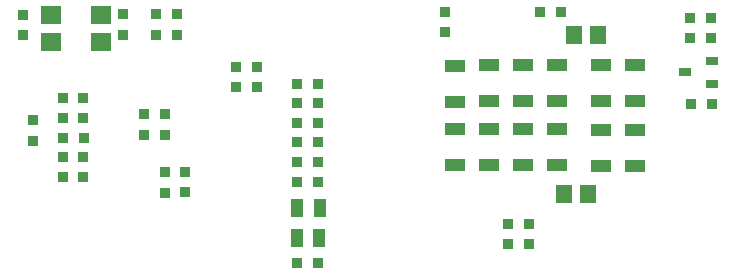
<source format=gbp>
G04*
G04 #@! TF.GenerationSoftware,Altium Limited,Altium Designer,20.2.5 (213)*
G04*
G04 Layer_Color=128*
%FSLAX42Y42*%
%MOMM*%
G71*
G04*
G04 #@! TF.SameCoordinates,6F224850-DB23-45E0-B5EC-48CDDA7698CB*
G04*
G04*
G04 #@! TF.FilePolarity,Positive*
G04*
G01*
G75*
%ADD23R,1.05X0.75*%
%ADD24R,0.90X0.90*%
%ADD30R,0.90X0.90*%
%ADD111R,1.40X1.50*%
%ADD112R,1.70X1.50*%
%ADD113R,1.75X1.12*%
%ADD114R,1.12X1.50*%
D23*
X6053Y1770D02*
D03*
X6283Y1675D02*
D03*
Y1865D02*
D03*
D24*
X6105Y1500D02*
D03*
X6280D02*
D03*
X6100Y2233D02*
D03*
X6275D02*
D03*
X6275Y2065D02*
D03*
X6100D02*
D03*
X1650Y1243D02*
D03*
X1475D02*
D03*
X1650Y1415D02*
D03*
X1475D02*
D03*
X785Y885D02*
D03*
X960D02*
D03*
X788Y1218D02*
D03*
X962D02*
D03*
X785Y1383D02*
D03*
X960D02*
D03*
X960Y1550D02*
D03*
X785D02*
D03*
X2427Y1647D02*
D03*
X2252D02*
D03*
X2773Y1180D02*
D03*
X2948D02*
D03*
X2770Y845D02*
D03*
X2945D02*
D03*
X2947Y1013D02*
D03*
X2772D02*
D03*
X4730Y313D02*
D03*
X4555D02*
D03*
X960Y1053D02*
D03*
X785D02*
D03*
X2770Y1510D02*
D03*
X2945D02*
D03*
X5002Y2283D02*
D03*
X4827D02*
D03*
X4555Y485D02*
D03*
X4730D02*
D03*
X2427Y1812D02*
D03*
X2252D02*
D03*
X2947Y1675D02*
D03*
X2772D02*
D03*
X2948Y1345D02*
D03*
X2773D02*
D03*
X2945Y155D02*
D03*
X2770D02*
D03*
D30*
X4020Y2108D02*
D03*
Y2283D02*
D03*
X1655Y748D02*
D03*
Y923D02*
D03*
X1825Y753D02*
D03*
Y928D02*
D03*
X532Y1365D02*
D03*
Y1190D02*
D03*
X448Y2083D02*
D03*
Y2258D02*
D03*
X1750Y2265D02*
D03*
Y2090D02*
D03*
X1577Y2265D02*
D03*
Y2090D02*
D03*
X1300Y2262D02*
D03*
Y2088D02*
D03*
D111*
X5033Y740D02*
D03*
X5237D02*
D03*
X5318Y2088D02*
D03*
X5115D02*
D03*
D112*
X690Y2255D02*
D03*
X1110D02*
D03*
Y2025D02*
D03*
X690D02*
D03*
D113*
X5635Y1530D02*
D03*
Y1835D02*
D03*
X5347Y1527D02*
D03*
Y1832D02*
D03*
X4110Y1523D02*
D03*
Y1827D02*
D03*
X4392Y1525D02*
D03*
Y1830D02*
D03*
X4680Y1525D02*
D03*
Y1830D02*
D03*
X4970Y1525D02*
D03*
Y1830D02*
D03*
X5635Y980D02*
D03*
Y1285D02*
D03*
X5345Y980D02*
D03*
Y1285D02*
D03*
X4970Y985D02*
D03*
Y1290D02*
D03*
X4680Y985D02*
D03*
Y1290D02*
D03*
X4392Y985D02*
D03*
Y1290D02*
D03*
X4110Y985D02*
D03*
Y1290D02*
D03*
D114*
X2958Y370D02*
D03*
X2767D02*
D03*
X2960Y620D02*
D03*
X2769D02*
D03*
M02*

</source>
